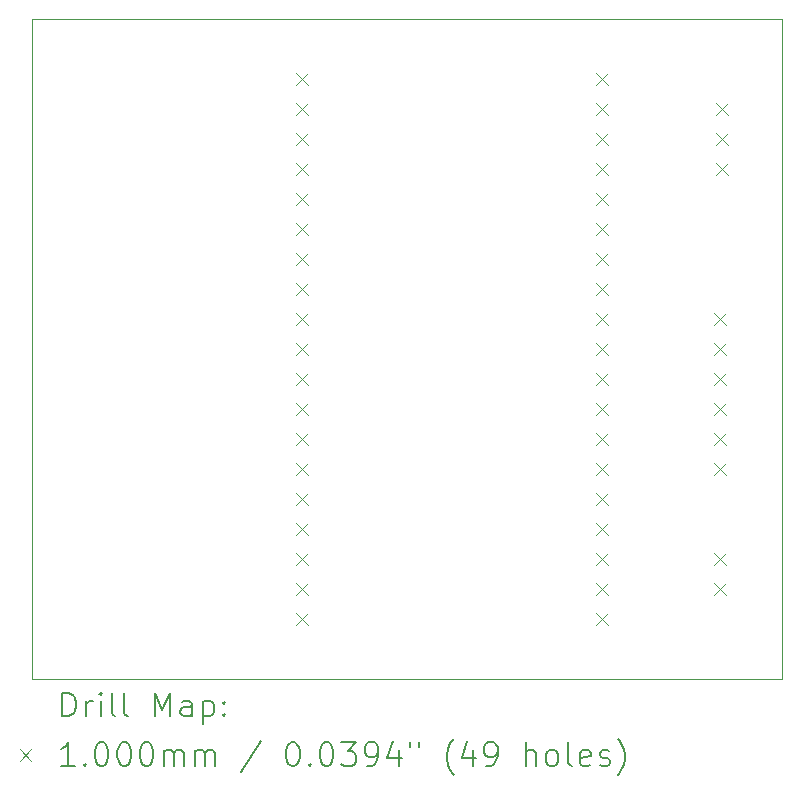
<source format=gbr>
%TF.GenerationSoftware,KiCad,Pcbnew,8.0.6*%
%TF.CreationDate,2024-12-05T17:18:26+01:00*%
%TF.ProjectId,Kabelsperma,4b616265-6c73-4706-9572-6d612e6b6963,rev?*%
%TF.SameCoordinates,Original*%
%TF.FileFunction,Drillmap*%
%TF.FilePolarity,Positive*%
%FSLAX45Y45*%
G04 Gerber Fmt 4.5, Leading zero omitted, Abs format (unit mm)*
G04 Created by KiCad (PCBNEW 8.0.6) date 2024-12-05 17:18:26*
%MOMM*%
%LPD*%
G01*
G04 APERTURE LIST*
%ADD10C,0.050000*%
%ADD11C,0.200000*%
%ADD12C,0.100000*%
G04 APERTURE END LIST*
D10*
X10922000Y-4572000D02*
X4572000Y-4572000D01*
X4572000Y-10160000D01*
X10922000Y-10160000D01*
X10922000Y-4572000D01*
D11*
D12*
X6808000Y-5030000D02*
X6908000Y-5130000D01*
X6908000Y-5030000D02*
X6808000Y-5130000D01*
X6808000Y-5284000D02*
X6908000Y-5384000D01*
X6908000Y-5284000D02*
X6808000Y-5384000D01*
X6808000Y-5538000D02*
X6908000Y-5638000D01*
X6908000Y-5538000D02*
X6808000Y-5638000D01*
X6808000Y-5792000D02*
X6908000Y-5892000D01*
X6908000Y-5792000D02*
X6808000Y-5892000D01*
X6808000Y-6046000D02*
X6908000Y-6146000D01*
X6908000Y-6046000D02*
X6808000Y-6146000D01*
X6808000Y-6300000D02*
X6908000Y-6400000D01*
X6908000Y-6300000D02*
X6808000Y-6400000D01*
X6808000Y-6554000D02*
X6908000Y-6654000D01*
X6908000Y-6554000D02*
X6808000Y-6654000D01*
X6808000Y-6808000D02*
X6908000Y-6908000D01*
X6908000Y-6808000D02*
X6808000Y-6908000D01*
X6808000Y-7062000D02*
X6908000Y-7162000D01*
X6908000Y-7062000D02*
X6808000Y-7162000D01*
X6808000Y-7316000D02*
X6908000Y-7416000D01*
X6908000Y-7316000D02*
X6808000Y-7416000D01*
X6808000Y-7570000D02*
X6908000Y-7670000D01*
X6908000Y-7570000D02*
X6808000Y-7670000D01*
X6808000Y-7824000D02*
X6908000Y-7924000D01*
X6908000Y-7824000D02*
X6808000Y-7924000D01*
X6808000Y-8078000D02*
X6908000Y-8178000D01*
X6908000Y-8078000D02*
X6808000Y-8178000D01*
X6808000Y-8332000D02*
X6908000Y-8432000D01*
X6908000Y-8332000D02*
X6808000Y-8432000D01*
X6808000Y-8586000D02*
X6908000Y-8686000D01*
X6908000Y-8586000D02*
X6808000Y-8686000D01*
X6808000Y-8840000D02*
X6908000Y-8940000D01*
X6908000Y-8840000D02*
X6808000Y-8940000D01*
X6808000Y-9094000D02*
X6908000Y-9194000D01*
X6908000Y-9094000D02*
X6808000Y-9194000D01*
X6808000Y-9348000D02*
X6908000Y-9448000D01*
X6908000Y-9348000D02*
X6808000Y-9448000D01*
X6808000Y-9602000D02*
X6908000Y-9702000D01*
X6908000Y-9602000D02*
X6808000Y-9702000D01*
X9348000Y-5030000D02*
X9448000Y-5130000D01*
X9448000Y-5030000D02*
X9348000Y-5130000D01*
X9348000Y-5284000D02*
X9448000Y-5384000D01*
X9448000Y-5284000D02*
X9348000Y-5384000D01*
X9348000Y-5538000D02*
X9448000Y-5638000D01*
X9448000Y-5538000D02*
X9348000Y-5638000D01*
X9348000Y-5792000D02*
X9448000Y-5892000D01*
X9448000Y-5792000D02*
X9348000Y-5892000D01*
X9348000Y-6046000D02*
X9448000Y-6146000D01*
X9448000Y-6046000D02*
X9348000Y-6146000D01*
X9348000Y-6300000D02*
X9448000Y-6400000D01*
X9448000Y-6300000D02*
X9348000Y-6400000D01*
X9348000Y-6554000D02*
X9448000Y-6654000D01*
X9448000Y-6554000D02*
X9348000Y-6654000D01*
X9348000Y-6808000D02*
X9448000Y-6908000D01*
X9448000Y-6808000D02*
X9348000Y-6908000D01*
X9348000Y-7062000D02*
X9448000Y-7162000D01*
X9448000Y-7062000D02*
X9348000Y-7162000D01*
X9348000Y-7316000D02*
X9448000Y-7416000D01*
X9448000Y-7316000D02*
X9348000Y-7416000D01*
X9348000Y-7570000D02*
X9448000Y-7670000D01*
X9448000Y-7570000D02*
X9348000Y-7670000D01*
X9348000Y-7824000D02*
X9448000Y-7924000D01*
X9448000Y-7824000D02*
X9348000Y-7924000D01*
X9348000Y-8078000D02*
X9448000Y-8178000D01*
X9448000Y-8078000D02*
X9348000Y-8178000D01*
X9348000Y-8332000D02*
X9448000Y-8432000D01*
X9448000Y-8332000D02*
X9348000Y-8432000D01*
X9348000Y-8586000D02*
X9448000Y-8686000D01*
X9448000Y-8586000D02*
X9348000Y-8686000D01*
X9348000Y-8840000D02*
X9448000Y-8940000D01*
X9448000Y-8840000D02*
X9348000Y-8940000D01*
X9348000Y-9094000D02*
X9448000Y-9194000D01*
X9448000Y-9094000D02*
X9348000Y-9194000D01*
X9348000Y-9348000D02*
X9448000Y-9448000D01*
X9448000Y-9348000D02*
X9348000Y-9448000D01*
X9348000Y-9602000D02*
X9448000Y-9702000D01*
X9448000Y-9602000D02*
X9348000Y-9702000D01*
X10345800Y-7062000D02*
X10445800Y-7162000D01*
X10445800Y-7062000D02*
X10345800Y-7162000D01*
X10345800Y-7316000D02*
X10445800Y-7416000D01*
X10445800Y-7316000D02*
X10345800Y-7416000D01*
X10345800Y-7570000D02*
X10445800Y-7670000D01*
X10445800Y-7570000D02*
X10345800Y-7670000D01*
X10345800Y-7824000D02*
X10445800Y-7924000D01*
X10445800Y-7824000D02*
X10345800Y-7924000D01*
X10345800Y-8078000D02*
X10445800Y-8178000D01*
X10445800Y-8078000D02*
X10345800Y-8178000D01*
X10345800Y-8332000D02*
X10445800Y-8432000D01*
X10445800Y-8332000D02*
X10345800Y-8432000D01*
X10345800Y-9094000D02*
X10445800Y-9194000D01*
X10445800Y-9094000D02*
X10345800Y-9194000D01*
X10345800Y-9348000D02*
X10445800Y-9448000D01*
X10445800Y-9348000D02*
X10345800Y-9448000D01*
X10364000Y-5284000D02*
X10464000Y-5384000D01*
X10464000Y-5284000D02*
X10364000Y-5384000D01*
X10364000Y-5538000D02*
X10464000Y-5638000D01*
X10464000Y-5538000D02*
X10364000Y-5638000D01*
X10364000Y-5792000D02*
X10464000Y-5892000D01*
X10464000Y-5792000D02*
X10364000Y-5892000D01*
D11*
X4830277Y-10473984D02*
X4830277Y-10273984D01*
X4830277Y-10273984D02*
X4877896Y-10273984D01*
X4877896Y-10273984D02*
X4906467Y-10283508D01*
X4906467Y-10283508D02*
X4925515Y-10302555D01*
X4925515Y-10302555D02*
X4935039Y-10321603D01*
X4935039Y-10321603D02*
X4944563Y-10359698D01*
X4944563Y-10359698D02*
X4944563Y-10388270D01*
X4944563Y-10388270D02*
X4935039Y-10426365D01*
X4935039Y-10426365D02*
X4925515Y-10445412D01*
X4925515Y-10445412D02*
X4906467Y-10464460D01*
X4906467Y-10464460D02*
X4877896Y-10473984D01*
X4877896Y-10473984D02*
X4830277Y-10473984D01*
X5030277Y-10473984D02*
X5030277Y-10340650D01*
X5030277Y-10378746D02*
X5039801Y-10359698D01*
X5039801Y-10359698D02*
X5049324Y-10350174D01*
X5049324Y-10350174D02*
X5068372Y-10340650D01*
X5068372Y-10340650D02*
X5087420Y-10340650D01*
X5154086Y-10473984D02*
X5154086Y-10340650D01*
X5154086Y-10273984D02*
X5144563Y-10283508D01*
X5144563Y-10283508D02*
X5154086Y-10293031D01*
X5154086Y-10293031D02*
X5163610Y-10283508D01*
X5163610Y-10283508D02*
X5154086Y-10273984D01*
X5154086Y-10273984D02*
X5154086Y-10293031D01*
X5277896Y-10473984D02*
X5258848Y-10464460D01*
X5258848Y-10464460D02*
X5249324Y-10445412D01*
X5249324Y-10445412D02*
X5249324Y-10273984D01*
X5382658Y-10473984D02*
X5363610Y-10464460D01*
X5363610Y-10464460D02*
X5354086Y-10445412D01*
X5354086Y-10445412D02*
X5354086Y-10273984D01*
X5611229Y-10473984D02*
X5611229Y-10273984D01*
X5611229Y-10273984D02*
X5677896Y-10416841D01*
X5677896Y-10416841D02*
X5744562Y-10273984D01*
X5744562Y-10273984D02*
X5744562Y-10473984D01*
X5925515Y-10473984D02*
X5925515Y-10369222D01*
X5925515Y-10369222D02*
X5915991Y-10350174D01*
X5915991Y-10350174D02*
X5896943Y-10340650D01*
X5896943Y-10340650D02*
X5858848Y-10340650D01*
X5858848Y-10340650D02*
X5839801Y-10350174D01*
X5925515Y-10464460D02*
X5906467Y-10473984D01*
X5906467Y-10473984D02*
X5858848Y-10473984D01*
X5858848Y-10473984D02*
X5839801Y-10464460D01*
X5839801Y-10464460D02*
X5830277Y-10445412D01*
X5830277Y-10445412D02*
X5830277Y-10426365D01*
X5830277Y-10426365D02*
X5839801Y-10407317D01*
X5839801Y-10407317D02*
X5858848Y-10397793D01*
X5858848Y-10397793D02*
X5906467Y-10397793D01*
X5906467Y-10397793D02*
X5925515Y-10388270D01*
X6020753Y-10340650D02*
X6020753Y-10540650D01*
X6020753Y-10350174D02*
X6039801Y-10340650D01*
X6039801Y-10340650D02*
X6077896Y-10340650D01*
X6077896Y-10340650D02*
X6096943Y-10350174D01*
X6096943Y-10350174D02*
X6106467Y-10359698D01*
X6106467Y-10359698D02*
X6115991Y-10378746D01*
X6115991Y-10378746D02*
X6115991Y-10435889D01*
X6115991Y-10435889D02*
X6106467Y-10454936D01*
X6106467Y-10454936D02*
X6096943Y-10464460D01*
X6096943Y-10464460D02*
X6077896Y-10473984D01*
X6077896Y-10473984D02*
X6039801Y-10473984D01*
X6039801Y-10473984D02*
X6020753Y-10464460D01*
X6201705Y-10454936D02*
X6211229Y-10464460D01*
X6211229Y-10464460D02*
X6201705Y-10473984D01*
X6201705Y-10473984D02*
X6192182Y-10464460D01*
X6192182Y-10464460D02*
X6201705Y-10454936D01*
X6201705Y-10454936D02*
X6201705Y-10473984D01*
X6201705Y-10350174D02*
X6211229Y-10359698D01*
X6211229Y-10359698D02*
X6201705Y-10369222D01*
X6201705Y-10369222D02*
X6192182Y-10359698D01*
X6192182Y-10359698D02*
X6201705Y-10350174D01*
X6201705Y-10350174D02*
X6201705Y-10369222D01*
D12*
X4469500Y-10752500D02*
X4569500Y-10852500D01*
X4569500Y-10752500D02*
X4469500Y-10852500D01*
D11*
X4935039Y-10893984D02*
X4820753Y-10893984D01*
X4877896Y-10893984D02*
X4877896Y-10693984D01*
X4877896Y-10693984D02*
X4858848Y-10722555D01*
X4858848Y-10722555D02*
X4839801Y-10741603D01*
X4839801Y-10741603D02*
X4820753Y-10751127D01*
X5020753Y-10874936D02*
X5030277Y-10884460D01*
X5030277Y-10884460D02*
X5020753Y-10893984D01*
X5020753Y-10893984D02*
X5011229Y-10884460D01*
X5011229Y-10884460D02*
X5020753Y-10874936D01*
X5020753Y-10874936D02*
X5020753Y-10893984D01*
X5154086Y-10693984D02*
X5173134Y-10693984D01*
X5173134Y-10693984D02*
X5192182Y-10703508D01*
X5192182Y-10703508D02*
X5201705Y-10713031D01*
X5201705Y-10713031D02*
X5211229Y-10732079D01*
X5211229Y-10732079D02*
X5220753Y-10770174D01*
X5220753Y-10770174D02*
X5220753Y-10817793D01*
X5220753Y-10817793D02*
X5211229Y-10855889D01*
X5211229Y-10855889D02*
X5201705Y-10874936D01*
X5201705Y-10874936D02*
X5192182Y-10884460D01*
X5192182Y-10884460D02*
X5173134Y-10893984D01*
X5173134Y-10893984D02*
X5154086Y-10893984D01*
X5154086Y-10893984D02*
X5135039Y-10884460D01*
X5135039Y-10884460D02*
X5125515Y-10874936D01*
X5125515Y-10874936D02*
X5115991Y-10855889D01*
X5115991Y-10855889D02*
X5106467Y-10817793D01*
X5106467Y-10817793D02*
X5106467Y-10770174D01*
X5106467Y-10770174D02*
X5115991Y-10732079D01*
X5115991Y-10732079D02*
X5125515Y-10713031D01*
X5125515Y-10713031D02*
X5135039Y-10703508D01*
X5135039Y-10703508D02*
X5154086Y-10693984D01*
X5344563Y-10693984D02*
X5363610Y-10693984D01*
X5363610Y-10693984D02*
X5382658Y-10703508D01*
X5382658Y-10703508D02*
X5392182Y-10713031D01*
X5392182Y-10713031D02*
X5401705Y-10732079D01*
X5401705Y-10732079D02*
X5411229Y-10770174D01*
X5411229Y-10770174D02*
X5411229Y-10817793D01*
X5411229Y-10817793D02*
X5401705Y-10855889D01*
X5401705Y-10855889D02*
X5392182Y-10874936D01*
X5392182Y-10874936D02*
X5382658Y-10884460D01*
X5382658Y-10884460D02*
X5363610Y-10893984D01*
X5363610Y-10893984D02*
X5344563Y-10893984D01*
X5344563Y-10893984D02*
X5325515Y-10884460D01*
X5325515Y-10884460D02*
X5315991Y-10874936D01*
X5315991Y-10874936D02*
X5306467Y-10855889D01*
X5306467Y-10855889D02*
X5296944Y-10817793D01*
X5296944Y-10817793D02*
X5296944Y-10770174D01*
X5296944Y-10770174D02*
X5306467Y-10732079D01*
X5306467Y-10732079D02*
X5315991Y-10713031D01*
X5315991Y-10713031D02*
X5325515Y-10703508D01*
X5325515Y-10703508D02*
X5344563Y-10693984D01*
X5535039Y-10693984D02*
X5554086Y-10693984D01*
X5554086Y-10693984D02*
X5573134Y-10703508D01*
X5573134Y-10703508D02*
X5582658Y-10713031D01*
X5582658Y-10713031D02*
X5592182Y-10732079D01*
X5592182Y-10732079D02*
X5601705Y-10770174D01*
X5601705Y-10770174D02*
X5601705Y-10817793D01*
X5601705Y-10817793D02*
X5592182Y-10855889D01*
X5592182Y-10855889D02*
X5582658Y-10874936D01*
X5582658Y-10874936D02*
X5573134Y-10884460D01*
X5573134Y-10884460D02*
X5554086Y-10893984D01*
X5554086Y-10893984D02*
X5535039Y-10893984D01*
X5535039Y-10893984D02*
X5515991Y-10884460D01*
X5515991Y-10884460D02*
X5506467Y-10874936D01*
X5506467Y-10874936D02*
X5496944Y-10855889D01*
X5496944Y-10855889D02*
X5487420Y-10817793D01*
X5487420Y-10817793D02*
X5487420Y-10770174D01*
X5487420Y-10770174D02*
X5496944Y-10732079D01*
X5496944Y-10732079D02*
X5506467Y-10713031D01*
X5506467Y-10713031D02*
X5515991Y-10703508D01*
X5515991Y-10703508D02*
X5535039Y-10693984D01*
X5687420Y-10893984D02*
X5687420Y-10760650D01*
X5687420Y-10779698D02*
X5696943Y-10770174D01*
X5696943Y-10770174D02*
X5715991Y-10760650D01*
X5715991Y-10760650D02*
X5744563Y-10760650D01*
X5744563Y-10760650D02*
X5763610Y-10770174D01*
X5763610Y-10770174D02*
X5773134Y-10789222D01*
X5773134Y-10789222D02*
X5773134Y-10893984D01*
X5773134Y-10789222D02*
X5782658Y-10770174D01*
X5782658Y-10770174D02*
X5801705Y-10760650D01*
X5801705Y-10760650D02*
X5830277Y-10760650D01*
X5830277Y-10760650D02*
X5849324Y-10770174D01*
X5849324Y-10770174D02*
X5858848Y-10789222D01*
X5858848Y-10789222D02*
X5858848Y-10893984D01*
X5954086Y-10893984D02*
X5954086Y-10760650D01*
X5954086Y-10779698D02*
X5963610Y-10770174D01*
X5963610Y-10770174D02*
X5982658Y-10760650D01*
X5982658Y-10760650D02*
X6011229Y-10760650D01*
X6011229Y-10760650D02*
X6030277Y-10770174D01*
X6030277Y-10770174D02*
X6039801Y-10789222D01*
X6039801Y-10789222D02*
X6039801Y-10893984D01*
X6039801Y-10789222D02*
X6049324Y-10770174D01*
X6049324Y-10770174D02*
X6068372Y-10760650D01*
X6068372Y-10760650D02*
X6096943Y-10760650D01*
X6096943Y-10760650D02*
X6115991Y-10770174D01*
X6115991Y-10770174D02*
X6125515Y-10789222D01*
X6125515Y-10789222D02*
X6125515Y-10893984D01*
X6515991Y-10684460D02*
X6344563Y-10941603D01*
X6773134Y-10693984D02*
X6792182Y-10693984D01*
X6792182Y-10693984D02*
X6811229Y-10703508D01*
X6811229Y-10703508D02*
X6820753Y-10713031D01*
X6820753Y-10713031D02*
X6830277Y-10732079D01*
X6830277Y-10732079D02*
X6839801Y-10770174D01*
X6839801Y-10770174D02*
X6839801Y-10817793D01*
X6839801Y-10817793D02*
X6830277Y-10855889D01*
X6830277Y-10855889D02*
X6820753Y-10874936D01*
X6820753Y-10874936D02*
X6811229Y-10884460D01*
X6811229Y-10884460D02*
X6792182Y-10893984D01*
X6792182Y-10893984D02*
X6773134Y-10893984D01*
X6773134Y-10893984D02*
X6754086Y-10884460D01*
X6754086Y-10884460D02*
X6744563Y-10874936D01*
X6744563Y-10874936D02*
X6735039Y-10855889D01*
X6735039Y-10855889D02*
X6725515Y-10817793D01*
X6725515Y-10817793D02*
X6725515Y-10770174D01*
X6725515Y-10770174D02*
X6735039Y-10732079D01*
X6735039Y-10732079D02*
X6744563Y-10713031D01*
X6744563Y-10713031D02*
X6754086Y-10703508D01*
X6754086Y-10703508D02*
X6773134Y-10693984D01*
X6925515Y-10874936D02*
X6935039Y-10884460D01*
X6935039Y-10884460D02*
X6925515Y-10893984D01*
X6925515Y-10893984D02*
X6915991Y-10884460D01*
X6915991Y-10884460D02*
X6925515Y-10874936D01*
X6925515Y-10874936D02*
X6925515Y-10893984D01*
X7058848Y-10693984D02*
X7077896Y-10693984D01*
X7077896Y-10693984D02*
X7096944Y-10703508D01*
X7096944Y-10703508D02*
X7106467Y-10713031D01*
X7106467Y-10713031D02*
X7115991Y-10732079D01*
X7115991Y-10732079D02*
X7125515Y-10770174D01*
X7125515Y-10770174D02*
X7125515Y-10817793D01*
X7125515Y-10817793D02*
X7115991Y-10855889D01*
X7115991Y-10855889D02*
X7106467Y-10874936D01*
X7106467Y-10874936D02*
X7096944Y-10884460D01*
X7096944Y-10884460D02*
X7077896Y-10893984D01*
X7077896Y-10893984D02*
X7058848Y-10893984D01*
X7058848Y-10893984D02*
X7039801Y-10884460D01*
X7039801Y-10884460D02*
X7030277Y-10874936D01*
X7030277Y-10874936D02*
X7020753Y-10855889D01*
X7020753Y-10855889D02*
X7011229Y-10817793D01*
X7011229Y-10817793D02*
X7011229Y-10770174D01*
X7011229Y-10770174D02*
X7020753Y-10732079D01*
X7020753Y-10732079D02*
X7030277Y-10713031D01*
X7030277Y-10713031D02*
X7039801Y-10703508D01*
X7039801Y-10703508D02*
X7058848Y-10693984D01*
X7192182Y-10693984D02*
X7315991Y-10693984D01*
X7315991Y-10693984D02*
X7249325Y-10770174D01*
X7249325Y-10770174D02*
X7277896Y-10770174D01*
X7277896Y-10770174D02*
X7296944Y-10779698D01*
X7296944Y-10779698D02*
X7306467Y-10789222D01*
X7306467Y-10789222D02*
X7315991Y-10808270D01*
X7315991Y-10808270D02*
X7315991Y-10855889D01*
X7315991Y-10855889D02*
X7306467Y-10874936D01*
X7306467Y-10874936D02*
X7296944Y-10884460D01*
X7296944Y-10884460D02*
X7277896Y-10893984D01*
X7277896Y-10893984D02*
X7220753Y-10893984D01*
X7220753Y-10893984D02*
X7201706Y-10884460D01*
X7201706Y-10884460D02*
X7192182Y-10874936D01*
X7411229Y-10893984D02*
X7449325Y-10893984D01*
X7449325Y-10893984D02*
X7468372Y-10884460D01*
X7468372Y-10884460D02*
X7477896Y-10874936D01*
X7477896Y-10874936D02*
X7496944Y-10846365D01*
X7496944Y-10846365D02*
X7506467Y-10808270D01*
X7506467Y-10808270D02*
X7506467Y-10732079D01*
X7506467Y-10732079D02*
X7496944Y-10713031D01*
X7496944Y-10713031D02*
X7487420Y-10703508D01*
X7487420Y-10703508D02*
X7468372Y-10693984D01*
X7468372Y-10693984D02*
X7430277Y-10693984D01*
X7430277Y-10693984D02*
X7411229Y-10703508D01*
X7411229Y-10703508D02*
X7401706Y-10713031D01*
X7401706Y-10713031D02*
X7392182Y-10732079D01*
X7392182Y-10732079D02*
X7392182Y-10779698D01*
X7392182Y-10779698D02*
X7401706Y-10798746D01*
X7401706Y-10798746D02*
X7411229Y-10808270D01*
X7411229Y-10808270D02*
X7430277Y-10817793D01*
X7430277Y-10817793D02*
X7468372Y-10817793D01*
X7468372Y-10817793D02*
X7487420Y-10808270D01*
X7487420Y-10808270D02*
X7496944Y-10798746D01*
X7496944Y-10798746D02*
X7506467Y-10779698D01*
X7677896Y-10760650D02*
X7677896Y-10893984D01*
X7630277Y-10684460D02*
X7582658Y-10827317D01*
X7582658Y-10827317D02*
X7706467Y-10827317D01*
X7773134Y-10693984D02*
X7773134Y-10732079D01*
X7849325Y-10693984D02*
X7849325Y-10732079D01*
X8144563Y-10970174D02*
X8135039Y-10960650D01*
X8135039Y-10960650D02*
X8115991Y-10932079D01*
X8115991Y-10932079D02*
X8106468Y-10913031D01*
X8106468Y-10913031D02*
X8096944Y-10884460D01*
X8096944Y-10884460D02*
X8087420Y-10836841D01*
X8087420Y-10836841D02*
X8087420Y-10798746D01*
X8087420Y-10798746D02*
X8096944Y-10751127D01*
X8096944Y-10751127D02*
X8106468Y-10722555D01*
X8106468Y-10722555D02*
X8115991Y-10703508D01*
X8115991Y-10703508D02*
X8135039Y-10674936D01*
X8135039Y-10674936D02*
X8144563Y-10665412D01*
X8306468Y-10760650D02*
X8306468Y-10893984D01*
X8258848Y-10684460D02*
X8211229Y-10827317D01*
X8211229Y-10827317D02*
X8335039Y-10827317D01*
X8420753Y-10893984D02*
X8458849Y-10893984D01*
X8458849Y-10893984D02*
X8477896Y-10884460D01*
X8477896Y-10884460D02*
X8487420Y-10874936D01*
X8487420Y-10874936D02*
X8506468Y-10846365D01*
X8506468Y-10846365D02*
X8515991Y-10808270D01*
X8515991Y-10808270D02*
X8515991Y-10732079D01*
X8515991Y-10732079D02*
X8506468Y-10713031D01*
X8506468Y-10713031D02*
X8496944Y-10703508D01*
X8496944Y-10703508D02*
X8477896Y-10693984D01*
X8477896Y-10693984D02*
X8439801Y-10693984D01*
X8439801Y-10693984D02*
X8420753Y-10703508D01*
X8420753Y-10703508D02*
X8411230Y-10713031D01*
X8411230Y-10713031D02*
X8401706Y-10732079D01*
X8401706Y-10732079D02*
X8401706Y-10779698D01*
X8401706Y-10779698D02*
X8411230Y-10798746D01*
X8411230Y-10798746D02*
X8420753Y-10808270D01*
X8420753Y-10808270D02*
X8439801Y-10817793D01*
X8439801Y-10817793D02*
X8477896Y-10817793D01*
X8477896Y-10817793D02*
X8496944Y-10808270D01*
X8496944Y-10808270D02*
X8506468Y-10798746D01*
X8506468Y-10798746D02*
X8515991Y-10779698D01*
X8754087Y-10893984D02*
X8754087Y-10693984D01*
X8839801Y-10893984D02*
X8839801Y-10789222D01*
X8839801Y-10789222D02*
X8830277Y-10770174D01*
X8830277Y-10770174D02*
X8811230Y-10760650D01*
X8811230Y-10760650D02*
X8782658Y-10760650D01*
X8782658Y-10760650D02*
X8763611Y-10770174D01*
X8763611Y-10770174D02*
X8754087Y-10779698D01*
X8963611Y-10893984D02*
X8944563Y-10884460D01*
X8944563Y-10884460D02*
X8935039Y-10874936D01*
X8935039Y-10874936D02*
X8925515Y-10855889D01*
X8925515Y-10855889D02*
X8925515Y-10798746D01*
X8925515Y-10798746D02*
X8935039Y-10779698D01*
X8935039Y-10779698D02*
X8944563Y-10770174D01*
X8944563Y-10770174D02*
X8963611Y-10760650D01*
X8963611Y-10760650D02*
X8992182Y-10760650D01*
X8992182Y-10760650D02*
X9011230Y-10770174D01*
X9011230Y-10770174D02*
X9020753Y-10779698D01*
X9020753Y-10779698D02*
X9030277Y-10798746D01*
X9030277Y-10798746D02*
X9030277Y-10855889D01*
X9030277Y-10855889D02*
X9020753Y-10874936D01*
X9020753Y-10874936D02*
X9011230Y-10884460D01*
X9011230Y-10884460D02*
X8992182Y-10893984D01*
X8992182Y-10893984D02*
X8963611Y-10893984D01*
X9144563Y-10893984D02*
X9125515Y-10884460D01*
X9125515Y-10884460D02*
X9115992Y-10865412D01*
X9115992Y-10865412D02*
X9115992Y-10693984D01*
X9296944Y-10884460D02*
X9277896Y-10893984D01*
X9277896Y-10893984D02*
X9239801Y-10893984D01*
X9239801Y-10893984D02*
X9220753Y-10884460D01*
X9220753Y-10884460D02*
X9211230Y-10865412D01*
X9211230Y-10865412D02*
X9211230Y-10789222D01*
X9211230Y-10789222D02*
X9220753Y-10770174D01*
X9220753Y-10770174D02*
X9239801Y-10760650D01*
X9239801Y-10760650D02*
X9277896Y-10760650D01*
X9277896Y-10760650D02*
X9296944Y-10770174D01*
X9296944Y-10770174D02*
X9306468Y-10789222D01*
X9306468Y-10789222D02*
X9306468Y-10808270D01*
X9306468Y-10808270D02*
X9211230Y-10827317D01*
X9382658Y-10884460D02*
X9401706Y-10893984D01*
X9401706Y-10893984D02*
X9439801Y-10893984D01*
X9439801Y-10893984D02*
X9458849Y-10884460D01*
X9458849Y-10884460D02*
X9468373Y-10865412D01*
X9468373Y-10865412D02*
X9468373Y-10855889D01*
X9468373Y-10855889D02*
X9458849Y-10836841D01*
X9458849Y-10836841D02*
X9439801Y-10827317D01*
X9439801Y-10827317D02*
X9411230Y-10827317D01*
X9411230Y-10827317D02*
X9392182Y-10817793D01*
X9392182Y-10817793D02*
X9382658Y-10798746D01*
X9382658Y-10798746D02*
X9382658Y-10789222D01*
X9382658Y-10789222D02*
X9392182Y-10770174D01*
X9392182Y-10770174D02*
X9411230Y-10760650D01*
X9411230Y-10760650D02*
X9439801Y-10760650D01*
X9439801Y-10760650D02*
X9458849Y-10770174D01*
X9535039Y-10970174D02*
X9544563Y-10960650D01*
X9544563Y-10960650D02*
X9563611Y-10932079D01*
X9563611Y-10932079D02*
X9573134Y-10913031D01*
X9573134Y-10913031D02*
X9582658Y-10884460D01*
X9582658Y-10884460D02*
X9592182Y-10836841D01*
X9592182Y-10836841D02*
X9592182Y-10798746D01*
X9592182Y-10798746D02*
X9582658Y-10751127D01*
X9582658Y-10751127D02*
X9573134Y-10722555D01*
X9573134Y-10722555D02*
X9563611Y-10703508D01*
X9563611Y-10703508D02*
X9544563Y-10674936D01*
X9544563Y-10674936D02*
X9535039Y-10665412D01*
M02*

</source>
